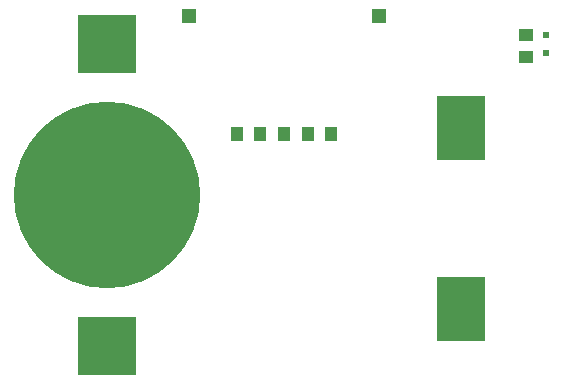
<source format=gbr>
G04 DipTrace 3.3.1.1*
G04 TopPaste.gbr*
%MOIN*%
G04 #@! TF.FileFunction,Paste,Top*
G04 #@! TF.Part,Single*
%ADD42R,0.03937X0.047244*%
%ADD44R,0.051181X0.047244*%
%ADD53R,0.051181X0.043307*%
%ADD55R,0.161417X0.216535*%
%ADD61C,0.622047*%
%ADD63R,0.192913X0.192913*%
%ADD67R,0.023622X0.023622*%
%FSLAX26Y26*%
G04*
G70*
G90*
G75*
G01*
G04 TopPaste*
%LPD*%
D67*
X2272638Y1948672D3*
Y1889617D3*
D63*
X807091Y913387D3*
D61*
Y1417324D3*
D63*
Y1921261D3*
D55*
X1988189Y1037403D3*
Y1639765D3*
D53*
X2203887Y1875986D3*
Y1950789D3*
D44*
X1714567Y2011812D3*
X1080709D3*
D42*
X1397638Y1618112D3*
X1476378D3*
X1318898D3*
X1240157D3*
X1555118D3*
M02*

</source>
